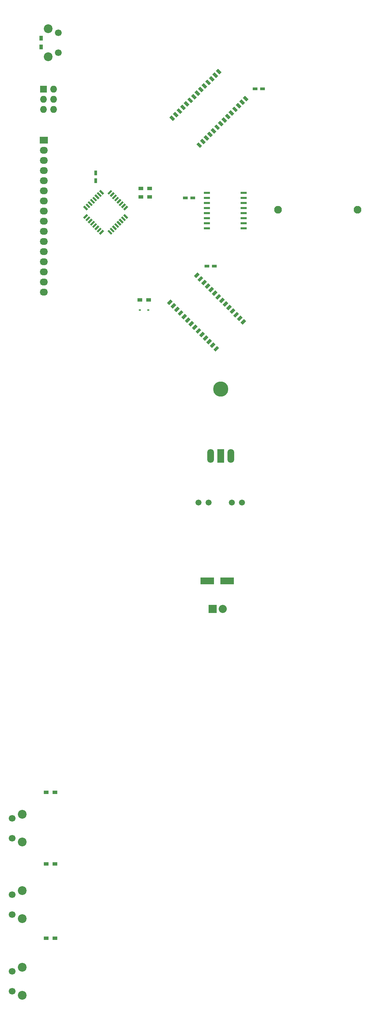
<source format=gts>
G04 #@! TF.FileFunction,Soldermask,Top*
%FSLAX46Y46*%
G04 Gerber Fmt 4.6, Leading zero omitted, Abs format (unit mm)*
G04 Created by KiCad (PCBNEW (2015-01-16 BZR 5376)-product) date 07/14/15 18:55:14*
%MOMM*%
G01*
G04 APERTURE LIST*
%ADD10C,0.100000*%
%ADD11C,0.150000*%
%ADD12R,1.200000X0.900000*%
%ADD13C,2.200000*%
%ADD14C,1.700000*%
%ADD15C,1.950000*%
%ADD16C,1.501140*%
%ADD17R,3.500120X1.800860*%
%ADD18R,0.590000X0.450000*%
%ADD19R,1.699260X3.500120*%
%ADD20O,1.699260X3.500120*%
%ADD21C,3.799840*%
%ADD22R,2.032000X2.032000*%
%ADD23O,2.032000X2.032000*%
%ADD24R,1.727200X1.727200*%
%ADD25O,1.727200X1.727200*%
%ADD26R,0.900000X1.200000*%
%ADD27R,1.500000X0.600000*%
%ADD28R,1.200000X0.750000*%
%ADD29R,0.750000X1.200000*%
%ADD30R,2.032000X1.727200*%
%ADD31O,2.032000X1.727200*%
G04 APERTURE END LIST*
D10*
D11*
X19634700Y-376709000D02*
G75*
G03X19634700Y-376709000I-444500J0D01*
G01*
X19634700Y-371709000D02*
G75*
G03X19634700Y-371709000I-444500J0D01*
G01*
X22325200Y-370709000D02*
G75*
G03X22325200Y-370709000I-635000J0D01*
G01*
X22325200Y-377709000D02*
G75*
G03X22325200Y-377709000I-635000J0D01*
G01*
X19634700Y-395899000D02*
G75*
G03X19634700Y-395899000I-444500J0D01*
G01*
X19634700Y-390899000D02*
G75*
G03X19634700Y-390899000I-444500J0D01*
G01*
X22325200Y-389899000D02*
G75*
G03X22325200Y-389899000I-635000J0D01*
G01*
X22325200Y-396899000D02*
G75*
G03X22325200Y-396899000I-635000J0D01*
G01*
X19634700Y-415089000D02*
G75*
G03X19634700Y-415089000I-444500J0D01*
G01*
X19634700Y-410089000D02*
G75*
G03X19634700Y-410089000I-444500J0D01*
G01*
X22325200Y-409089000D02*
G75*
G03X22325200Y-409089000I-635000J0D01*
G01*
X22325200Y-416089000D02*
G75*
G03X22325200Y-416089000I-635000J0D01*
G01*
X31178500Y-174792000D02*
G75*
G03X31178500Y-174792000I-444500J0D01*
G01*
X31178500Y-179792000D02*
G75*
G03X31178500Y-179792000I-444500J0D01*
G01*
X28869000Y-180792000D02*
G75*
G03X28869000Y-180792000I-635000J0D01*
G01*
X28869000Y-173792000D02*
G75*
G03X28869000Y-173792000I-635000J0D01*
G01*
D12*
X27685300Y-365214000D03*
X29885300Y-365214000D03*
X27685300Y-383204000D03*
X29885300Y-383204000D03*
X53720000Y-213868000D03*
X51520000Y-213868000D03*
D13*
X21690200Y-370709000D03*
X21690200Y-377709000D03*
D14*
X19190200Y-371709000D03*
X19190200Y-376709000D03*
D13*
X21690200Y-389899000D03*
X21690200Y-396899000D03*
D14*
X19190200Y-390899000D03*
X19190200Y-395899000D03*
D13*
X21690200Y-409089000D03*
X21690200Y-416089000D03*
D14*
X19190200Y-410089000D03*
X19190200Y-415089000D03*
D15*
X105940000Y-219202000D03*
X85940000Y-219202000D03*
D16*
X76902000Y-292583000D03*
X74362000Y-292583000D03*
D17*
X68197640Y-312251000D03*
X73196360Y-312251000D03*
D18*
X53379000Y-244348000D03*
X51269000Y-244348000D03*
D19*
X71583460Y-280924000D03*
D20*
X69043460Y-280924000D03*
X74123460Y-280924000D03*
D21*
X71583460Y-264160000D03*
D22*
X69521300Y-319289000D03*
D23*
X72061300Y-319289000D03*
D24*
X27008300Y-188933000D03*
D25*
X29548300Y-188933000D03*
X27008300Y-191473000D03*
X29548300Y-191473000D03*
X27008300Y-194013000D03*
X29548300Y-194013000D03*
D12*
X27685300Y-401795000D03*
X29885300Y-401795000D03*
X51520000Y-215985000D03*
X53720000Y-215985000D03*
D26*
X26416000Y-176192000D03*
X26416000Y-178392000D03*
D12*
X51224000Y-241808000D03*
X53424000Y-241808000D03*
D13*
X28234000Y-180792000D03*
X28234000Y-173792000D03*
D14*
X30734000Y-179792000D03*
X30734000Y-174792000D03*
D10*
G36*
X70916578Y-183807456D02*
X71814603Y-184705481D01*
X71275788Y-185244296D01*
X70377763Y-184346271D01*
X70916578Y-183807456D01*
X70916578Y-183807456D01*
G37*
G36*
X70018553Y-184705482D02*
X70916578Y-185603507D01*
X70377763Y-186142322D01*
X69479738Y-185244297D01*
X70018553Y-184705482D01*
X70018553Y-184705482D01*
G37*
G36*
X69120527Y-185603507D02*
X70018552Y-186501532D01*
X69479737Y-187040347D01*
X68581712Y-186142322D01*
X69120527Y-185603507D01*
X69120527Y-185603507D01*
G37*
G36*
X68222501Y-186501533D02*
X69120526Y-187399558D01*
X68581711Y-187938373D01*
X67683686Y-187040348D01*
X68222501Y-186501533D01*
X68222501Y-186501533D01*
G37*
G36*
X67324476Y-187399558D02*
X68222501Y-188297583D01*
X67683686Y-188836398D01*
X66785661Y-187938373D01*
X67324476Y-187399558D01*
X67324476Y-187399558D01*
G37*
G36*
X66426450Y-188297584D02*
X67324475Y-189195609D01*
X66785660Y-189734424D01*
X65887635Y-188836399D01*
X66426450Y-188297584D01*
X66426450Y-188297584D01*
G37*
G36*
X65528425Y-189195610D02*
X66426450Y-190093635D01*
X65887635Y-190632450D01*
X64989610Y-189734425D01*
X65528425Y-189195610D01*
X65528425Y-189195610D01*
G37*
G36*
X64630399Y-190093635D02*
X65528424Y-190991660D01*
X64989609Y-191530475D01*
X64091584Y-190632450D01*
X64630399Y-190093635D01*
X64630399Y-190093635D01*
G37*
G36*
X63732373Y-190991661D02*
X64630398Y-191889686D01*
X64091583Y-192428501D01*
X63193558Y-191530476D01*
X63732373Y-190991661D01*
X63732373Y-190991661D01*
G37*
G36*
X62834348Y-191889686D02*
X63732373Y-192787711D01*
X63193558Y-193326526D01*
X62295533Y-192428501D01*
X62834348Y-191889686D01*
X62834348Y-191889686D01*
G37*
G36*
X70492314Y-197751602D02*
X71390339Y-198649627D01*
X70851524Y-199188442D01*
X69953499Y-198290417D01*
X70492314Y-197751602D01*
X70492314Y-197751602D01*
G37*
G36*
X69594289Y-198649627D02*
X70492314Y-199547652D01*
X69953499Y-200086467D01*
X69055474Y-199188442D01*
X69594289Y-198649627D01*
X69594289Y-198649627D01*
G37*
G36*
X68696263Y-199547653D02*
X69594288Y-200445678D01*
X69055473Y-200984493D01*
X68157448Y-200086468D01*
X68696263Y-199547653D01*
X68696263Y-199547653D01*
G37*
G36*
X67798237Y-200445678D02*
X68696262Y-201343703D01*
X68157447Y-201882518D01*
X67259422Y-200984493D01*
X67798237Y-200445678D01*
X67798237Y-200445678D01*
G37*
G36*
X66900212Y-201343704D02*
X67798237Y-202241729D01*
X67259422Y-202780544D01*
X66361397Y-201882519D01*
X66900212Y-201343704D01*
X66900212Y-201343704D01*
G37*
G36*
X66002186Y-202241730D02*
X66900211Y-203139755D01*
X66361396Y-203678570D01*
X65463371Y-202780545D01*
X66002186Y-202241730D01*
X66002186Y-202241730D01*
G37*
G36*
X59242245Y-195481789D02*
X60140270Y-196379814D01*
X59601455Y-196918629D01*
X58703430Y-196020604D01*
X59242245Y-195481789D01*
X59242245Y-195481789D01*
G37*
G36*
X60140271Y-194583763D02*
X61038296Y-195481788D01*
X60499481Y-196020603D01*
X59601456Y-195122578D01*
X60140271Y-194583763D01*
X60140271Y-194583763D01*
G37*
G36*
X61038297Y-193685738D02*
X61936322Y-194583763D01*
X61397507Y-195122578D01*
X60499482Y-194224553D01*
X61038297Y-193685738D01*
X61038297Y-193685738D01*
G37*
G36*
X61936322Y-192787712D02*
X62834347Y-193685737D01*
X62295532Y-194224552D01*
X61397507Y-193326527D01*
X61936322Y-192787712D01*
X61936322Y-192787712D01*
G37*
G36*
X71390340Y-196853576D02*
X72288365Y-197751601D01*
X71749550Y-198290416D01*
X70851525Y-197392391D01*
X71390340Y-196853576D01*
X71390340Y-196853576D01*
G37*
G36*
X72288365Y-195955550D02*
X73186390Y-196853575D01*
X72647575Y-197392390D01*
X71749550Y-196494365D01*
X72288365Y-195955550D01*
X72288365Y-195955550D01*
G37*
G36*
X73186391Y-195057525D02*
X74084416Y-195955550D01*
X73545601Y-196494365D01*
X72647576Y-195596340D01*
X73186391Y-195057525D01*
X73186391Y-195057525D01*
G37*
G36*
X74084417Y-194159499D02*
X74982442Y-195057524D01*
X74443627Y-195596339D01*
X73545602Y-194698314D01*
X74084417Y-194159499D01*
X74084417Y-194159499D01*
G37*
G36*
X74982442Y-193261474D02*
X75880467Y-194159499D01*
X75341652Y-194698314D01*
X74443627Y-193800289D01*
X74982442Y-193261474D01*
X74982442Y-193261474D01*
G37*
G36*
X75880468Y-192363448D02*
X76778493Y-193261473D01*
X76239678Y-193800288D01*
X75341653Y-192902263D01*
X75880468Y-192363448D01*
X75880468Y-192363448D01*
G37*
G36*
X76778493Y-191465422D02*
X77676518Y-192363447D01*
X77137703Y-192902262D01*
X76239678Y-192004237D01*
X76778493Y-191465422D01*
X76778493Y-191465422D01*
G37*
G36*
X77676519Y-190567397D02*
X78574544Y-191465422D01*
X78035729Y-192004237D01*
X77137704Y-191106212D01*
X77676519Y-190567397D01*
X77676519Y-190567397D01*
G37*
D27*
X68079000Y-214926000D03*
X68079000Y-216196000D03*
X68079000Y-217466000D03*
X68079000Y-218736000D03*
X68079000Y-220006000D03*
X68079000Y-221276000D03*
X68079000Y-222546000D03*
X68079000Y-223816000D03*
X77379000Y-223816000D03*
X77379000Y-222546000D03*
X77379000Y-221276000D03*
X77379000Y-220006000D03*
X77379000Y-218736000D03*
X77379000Y-217466000D03*
X77379000Y-216196000D03*
X77379000Y-214926000D03*
D10*
G36*
X58077456Y-242519422D02*
X58975481Y-241621397D01*
X59514296Y-242160212D01*
X58616271Y-243058237D01*
X58077456Y-242519422D01*
X58077456Y-242519422D01*
G37*
G36*
X58975482Y-243417447D02*
X59873507Y-242519422D01*
X60412322Y-243058237D01*
X59514297Y-243956262D01*
X58975482Y-243417447D01*
X58975482Y-243417447D01*
G37*
G36*
X59873507Y-244315473D02*
X60771532Y-243417448D01*
X61310347Y-243956263D01*
X60412322Y-244854288D01*
X59873507Y-244315473D01*
X59873507Y-244315473D01*
G37*
G36*
X60771533Y-245213499D02*
X61669558Y-244315474D01*
X62208373Y-244854289D01*
X61310348Y-245752314D01*
X60771533Y-245213499D01*
X60771533Y-245213499D01*
G37*
G36*
X61669558Y-246111524D02*
X62567583Y-245213499D01*
X63106398Y-245752314D01*
X62208373Y-246650339D01*
X61669558Y-246111524D01*
X61669558Y-246111524D01*
G37*
G36*
X62567584Y-247009550D02*
X63465609Y-246111525D01*
X64004424Y-246650340D01*
X63106399Y-247548365D01*
X62567584Y-247009550D01*
X62567584Y-247009550D01*
G37*
G36*
X63465610Y-247907575D02*
X64363635Y-247009550D01*
X64902450Y-247548365D01*
X64004425Y-248446390D01*
X63465610Y-247907575D01*
X63465610Y-247907575D01*
G37*
G36*
X64363635Y-248805601D02*
X65261660Y-247907576D01*
X65800475Y-248446391D01*
X64902450Y-249344416D01*
X64363635Y-248805601D01*
X64363635Y-248805601D01*
G37*
G36*
X65261661Y-249703627D02*
X66159686Y-248805602D01*
X66698501Y-249344417D01*
X65800476Y-250242442D01*
X65261661Y-249703627D01*
X65261661Y-249703627D01*
G37*
G36*
X66159686Y-250601652D02*
X67057711Y-249703627D01*
X67596526Y-250242442D01*
X66698501Y-251140467D01*
X66159686Y-250601652D01*
X66159686Y-250601652D01*
G37*
G36*
X72021602Y-242943686D02*
X72919627Y-242045661D01*
X73458442Y-242584476D01*
X72560417Y-243482501D01*
X72021602Y-242943686D01*
X72021602Y-242943686D01*
G37*
G36*
X72919627Y-243841711D02*
X73817652Y-242943686D01*
X74356467Y-243482501D01*
X73458442Y-244380526D01*
X72919627Y-243841711D01*
X72919627Y-243841711D01*
G37*
G36*
X73817653Y-244739737D02*
X74715678Y-243841712D01*
X75254493Y-244380527D01*
X74356468Y-245278552D01*
X73817653Y-244739737D01*
X73817653Y-244739737D01*
G37*
G36*
X74715678Y-245637763D02*
X75613703Y-244739738D01*
X76152518Y-245278553D01*
X75254493Y-246176578D01*
X74715678Y-245637763D01*
X74715678Y-245637763D01*
G37*
G36*
X75613704Y-246535788D02*
X76511729Y-245637763D01*
X77050544Y-246176578D01*
X76152519Y-247074603D01*
X75613704Y-246535788D01*
X75613704Y-246535788D01*
G37*
G36*
X76511730Y-247433814D02*
X77409755Y-246535789D01*
X77948570Y-247074604D01*
X77050545Y-247972629D01*
X76511730Y-247433814D01*
X76511730Y-247433814D01*
G37*
G36*
X69751789Y-254193755D02*
X70649814Y-253295730D01*
X71188629Y-253834545D01*
X70290604Y-254732570D01*
X69751789Y-254193755D01*
X69751789Y-254193755D01*
G37*
G36*
X68853763Y-253295729D02*
X69751788Y-252397704D01*
X70290603Y-252936519D01*
X69392578Y-253834544D01*
X68853763Y-253295729D01*
X68853763Y-253295729D01*
G37*
G36*
X67955738Y-252397703D02*
X68853763Y-251499678D01*
X69392578Y-252038493D01*
X68494553Y-252936518D01*
X67955738Y-252397703D01*
X67955738Y-252397703D01*
G37*
G36*
X67057712Y-251499678D02*
X67955737Y-250601653D01*
X68494552Y-251140468D01*
X67596527Y-252038493D01*
X67057712Y-251499678D01*
X67057712Y-251499678D01*
G37*
G36*
X71123576Y-242045660D02*
X72021601Y-241147635D01*
X72560416Y-241686450D01*
X71662391Y-242584475D01*
X71123576Y-242045660D01*
X71123576Y-242045660D01*
G37*
G36*
X70225550Y-241147635D02*
X71123575Y-240249610D01*
X71662390Y-240788425D01*
X70764365Y-241686450D01*
X70225550Y-241147635D01*
X70225550Y-241147635D01*
G37*
G36*
X69327525Y-240249609D02*
X70225550Y-239351584D01*
X70764365Y-239890399D01*
X69866340Y-240788424D01*
X69327525Y-240249609D01*
X69327525Y-240249609D01*
G37*
G36*
X68429499Y-239351583D02*
X69327524Y-238453558D01*
X69866339Y-238992373D01*
X68968314Y-239890398D01*
X68429499Y-239351583D01*
X68429499Y-239351583D01*
G37*
G36*
X67531474Y-238453558D02*
X68429499Y-237555533D01*
X68968314Y-238094348D01*
X68070289Y-238992373D01*
X67531474Y-238453558D01*
X67531474Y-238453558D01*
G37*
G36*
X66633448Y-237555532D02*
X67531473Y-236657507D01*
X68070288Y-237196322D01*
X67172263Y-238094347D01*
X66633448Y-237555532D01*
X66633448Y-237555532D01*
G37*
G36*
X65735422Y-236657507D02*
X66633447Y-235759482D01*
X67172262Y-236298297D01*
X66274237Y-237196322D01*
X65735422Y-236657507D01*
X65735422Y-236657507D01*
G37*
G36*
X64837397Y-235759481D02*
X65735422Y-234861456D01*
X66274237Y-235400271D01*
X65376212Y-236298296D01*
X64837397Y-235759481D01*
X64837397Y-235759481D01*
G37*
D16*
X68507000Y-292583000D03*
X65967000Y-292583000D03*
D28*
X64577000Y-216196000D03*
X62677000Y-216196000D03*
X68096000Y-233341000D03*
X69996000Y-233341000D03*
X80203000Y-188849000D03*
X82103000Y-188849000D03*
D29*
X40132000Y-211855000D03*
X40132000Y-209955000D03*
D10*
G36*
X40987954Y-214510366D02*
X41347164Y-214151156D01*
X42245190Y-215049182D01*
X41885980Y-215408392D01*
X40987954Y-214510366D01*
X40987954Y-214510366D01*
G37*
G36*
X40422269Y-215076052D02*
X40781479Y-214716842D01*
X41679505Y-215614868D01*
X41320295Y-215974078D01*
X40422269Y-215076052D01*
X40422269Y-215076052D01*
G37*
G36*
X39856584Y-215641737D02*
X40215794Y-215282527D01*
X41113820Y-216180553D01*
X40754610Y-216539763D01*
X39856584Y-215641737D01*
X39856584Y-215641737D01*
G37*
G36*
X39290898Y-216207423D02*
X39650108Y-215848213D01*
X40548134Y-216746239D01*
X40188924Y-217105449D01*
X39290898Y-216207423D01*
X39290898Y-216207423D01*
G37*
G36*
X38725213Y-216773108D02*
X39084423Y-216413898D01*
X39982449Y-217311924D01*
X39623239Y-217671134D01*
X38725213Y-216773108D01*
X38725213Y-216773108D01*
G37*
G36*
X38159527Y-217338794D02*
X38518737Y-216979584D01*
X39416763Y-217877610D01*
X39057553Y-218236820D01*
X38159527Y-217338794D01*
X38159527Y-217338794D01*
G37*
G36*
X37593842Y-217904479D02*
X37953052Y-217545269D01*
X38851078Y-218443295D01*
X38491868Y-218802505D01*
X37593842Y-217904479D01*
X37593842Y-217904479D01*
G37*
G36*
X37028156Y-218470164D02*
X37387366Y-218110954D01*
X38285392Y-219008980D01*
X37926182Y-219368190D01*
X37028156Y-218470164D01*
X37028156Y-218470164D01*
G37*
G36*
X37028156Y-221119836D02*
X37926182Y-220221810D01*
X38285392Y-220581020D01*
X37387366Y-221479046D01*
X37028156Y-221119836D01*
X37028156Y-221119836D01*
G37*
G36*
X37593842Y-221685521D02*
X38491868Y-220787495D01*
X38851078Y-221146705D01*
X37953052Y-222044731D01*
X37593842Y-221685521D01*
X37593842Y-221685521D01*
G37*
G36*
X38159527Y-222251206D02*
X39057553Y-221353180D01*
X39416763Y-221712390D01*
X38518737Y-222610416D01*
X38159527Y-222251206D01*
X38159527Y-222251206D01*
G37*
G36*
X38725213Y-222816892D02*
X39623239Y-221918866D01*
X39982449Y-222278076D01*
X39084423Y-223176102D01*
X38725213Y-222816892D01*
X38725213Y-222816892D01*
G37*
G36*
X39290898Y-223382577D02*
X40188924Y-222484551D01*
X40548134Y-222843761D01*
X39650108Y-223741787D01*
X39290898Y-223382577D01*
X39290898Y-223382577D01*
G37*
G36*
X39856584Y-223948263D02*
X40754610Y-223050237D01*
X41113820Y-223409447D01*
X40215794Y-224307473D01*
X39856584Y-223948263D01*
X39856584Y-223948263D01*
G37*
G36*
X40422269Y-224513948D02*
X41320295Y-223615922D01*
X41679505Y-223975132D01*
X40781479Y-224873158D01*
X40422269Y-224513948D01*
X40422269Y-224513948D01*
G37*
G36*
X40987954Y-225079634D02*
X41885980Y-224181608D01*
X42245190Y-224540818D01*
X41347164Y-225438844D01*
X40987954Y-225079634D01*
X40987954Y-225079634D01*
G37*
G36*
X43098810Y-224540818D02*
X43458020Y-224181608D01*
X44356046Y-225079634D01*
X43996836Y-225438844D01*
X43098810Y-224540818D01*
X43098810Y-224540818D01*
G37*
G36*
X43664495Y-223975132D02*
X44023705Y-223615922D01*
X44921731Y-224513948D01*
X44562521Y-224873158D01*
X43664495Y-223975132D01*
X43664495Y-223975132D01*
G37*
G36*
X44230180Y-223409447D02*
X44589390Y-223050237D01*
X45487416Y-223948263D01*
X45128206Y-224307473D01*
X44230180Y-223409447D01*
X44230180Y-223409447D01*
G37*
G36*
X44795866Y-222843761D02*
X45155076Y-222484551D01*
X46053102Y-223382577D01*
X45693892Y-223741787D01*
X44795866Y-222843761D01*
X44795866Y-222843761D01*
G37*
G36*
X45361551Y-222278076D02*
X45720761Y-221918866D01*
X46618787Y-222816892D01*
X46259577Y-223176102D01*
X45361551Y-222278076D01*
X45361551Y-222278076D01*
G37*
G36*
X45927237Y-221712390D02*
X46286447Y-221353180D01*
X47184473Y-222251206D01*
X46825263Y-222610416D01*
X45927237Y-221712390D01*
X45927237Y-221712390D01*
G37*
G36*
X46492922Y-221146705D02*
X46852132Y-220787495D01*
X47750158Y-221685521D01*
X47390948Y-222044731D01*
X46492922Y-221146705D01*
X46492922Y-221146705D01*
G37*
G36*
X47058608Y-220581020D02*
X47417818Y-220221810D01*
X48315844Y-221119836D01*
X47956634Y-221479046D01*
X47058608Y-220581020D01*
X47058608Y-220581020D01*
G37*
G36*
X47058608Y-219008980D02*
X47956634Y-218110954D01*
X48315844Y-218470164D01*
X47417818Y-219368190D01*
X47058608Y-219008980D01*
X47058608Y-219008980D01*
G37*
G36*
X46492922Y-218443295D02*
X47390948Y-217545269D01*
X47750158Y-217904479D01*
X46852132Y-218802505D01*
X46492922Y-218443295D01*
X46492922Y-218443295D01*
G37*
G36*
X45927237Y-217877610D02*
X46825263Y-216979584D01*
X47184473Y-217338794D01*
X46286447Y-218236820D01*
X45927237Y-217877610D01*
X45927237Y-217877610D01*
G37*
G36*
X45361551Y-217311924D02*
X46259577Y-216413898D01*
X46618787Y-216773108D01*
X45720761Y-217671134D01*
X45361551Y-217311924D01*
X45361551Y-217311924D01*
G37*
G36*
X44795866Y-216746239D02*
X45693892Y-215848213D01*
X46053102Y-216207423D01*
X45155076Y-217105449D01*
X44795866Y-216746239D01*
X44795866Y-216746239D01*
G37*
G36*
X44230180Y-216180553D02*
X45128206Y-215282527D01*
X45487416Y-215641737D01*
X44589390Y-216539763D01*
X44230180Y-216180553D01*
X44230180Y-216180553D01*
G37*
G36*
X43664495Y-215614868D02*
X44562521Y-214716842D01*
X44921731Y-215076052D01*
X44023705Y-215974078D01*
X43664495Y-215614868D01*
X43664495Y-215614868D01*
G37*
G36*
X43098810Y-215049182D02*
X43996836Y-214151156D01*
X44356046Y-214510366D01*
X43458020Y-215408392D01*
X43098810Y-215049182D01*
X43098810Y-215049182D01*
G37*
D30*
X27093200Y-201718000D03*
D31*
X27093200Y-204258000D03*
X27093200Y-206798000D03*
X27093200Y-209338000D03*
X27093200Y-211878000D03*
X27093200Y-214418000D03*
X27093200Y-216958000D03*
X27093200Y-219498000D03*
X27093200Y-222038000D03*
X27093200Y-224578000D03*
X27093200Y-227118000D03*
X27093200Y-229658000D03*
X27093200Y-232198000D03*
X27093200Y-234738000D03*
X27093200Y-237278000D03*
X27093200Y-239818000D03*
M02*

</source>
